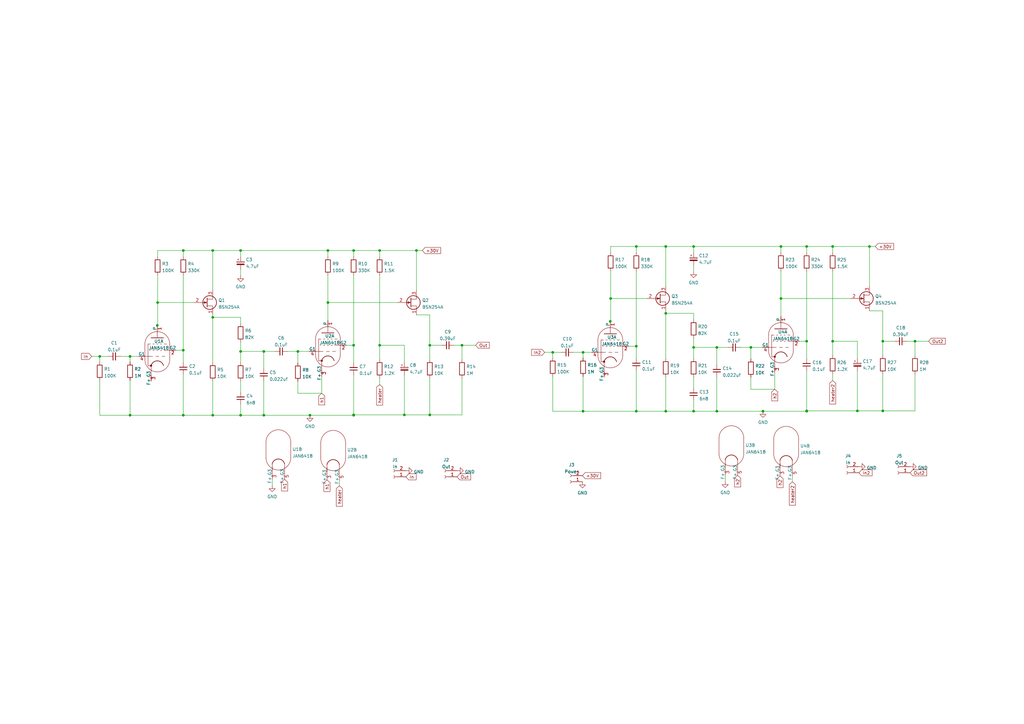
<source format=kicad_sch>
(kicad_sch (version 20211123) (generator eeschema)
  (paper "A3")
  (lib_symbols
    (symbol "Connector:Conn_01x02_Female" (pin_names (offset 1.016) hide)
      (property "Reference" "J" (at 0 2.54 0))
      (property "Value" "Conn_01x02_Female" (at 0 -5.08 0))
      (symbol "Conn_01x02_Female_1_1"
        (arc (start 0 -2.032) (mid -0.508 -2.54) (end 0 -3.048) (stroke (width 0.1524)))
        (polyline (pts (xy -1.27 -2.54) (xy -0.508 -2.54)) (stroke (width 0.1524)))
        (polyline (pts (xy -1.27 0) (xy -0.508 0)) (stroke (width 0.1524)))
        (arc (start 0 0.508) (mid -0.508 0) (end 0 -0.508) (stroke (width 0.1524)))
        (pin passive line (at -5.08 0 0) (length 3.81) (name "Pin_1") (number "1"))
        (pin passive line (at -5.08 -2.54 0) (length 3.81) (name "Pin_2") (number "2"))
      )
    )
    (symbol "Device:C_Polarized_Small" (pin_numbers hide) (pin_names (offset 0.254) hide)
      (property "Reference" "C" (at 0.254 1.778 0))
      (property "Value" "C_Polarized_Small" (at 0.254 -2.032 0))
      (symbol "C_Polarized_Small_0_1"
        (rectangle (start -1.524 -0.3048) (end 1.524 -0.6858) (fill (type outline)))
        (rectangle (start -1.524 0.6858) (end 1.524 0.3048))
        (polyline (pts (xy -1.27 1.524) (xy -0.762 1.524)))
        (polyline (pts (xy -1.016 1.27) (xy -1.016 1.778)))
      )
      (symbol "C_Polarized_Small_1_1"
        (pin passive line (at 0 2.54 270) (length 1.8542) (name "~") (number "1"))
        (pin passive line (at 0 -2.54 90) (length 1.8542) (name "~") (number "2"))
      )
    )
    (symbol "Device:C_Small" (pin_numbers hide) (pin_names (offset 0.254) hide)
      (property "Reference" "C" (at 0.254 1.778 0))
      (property "Value" "C_Small" (at 0.254 -2.032 0))
      (symbol "C_Small_0_1"
        (polyline (pts (xy -1.524 -0.508) (xy 1.524 -0.508)) (stroke (width 0.3302)))
        (polyline (pts (xy -1.524 0.508) (xy 1.524 0.508)) (stroke (width 0.3048)))
      )
      (symbol "C_Small_1_1"
        (pin passive line (at 0 2.54 270) (length 2.032) (name "~") (number "1"))
        (pin passive line (at 0 -2.54 90) (length 2.032) (name "~") (number "2"))
      )
    )
    (symbol "Device:R" (pin_numbers hide) (pin_names (offset 0))
      (property "Reference" "R" (at 2.032 0 90))
      (property "Value" "R" (at 0 0 90))
      (symbol "R_0_1"
        (rectangle (start -1.016 -2.54) (end 1.016 2.54) (stroke (width 0.254)))
      )
      (symbol "R_1_1"
        (pin passive line (at 0 3.81 270) (length 1.27) (name "~") (number "1"))
        (pin passive line (at 0 -3.81 90) (length 1.27) (name "~") (number "2"))
      )
    )
    (symbol "Transistor_FET:BF244B" (pin_names hide)
      (property "Reference" "Q" (at 5.08 1.905 0))
      (property "Value" "BF244B" (at 5.08 0 0))
      (symbol "BF244B_0_1"
        (polyline (pts (xy 0.254 0) (xy -2.54 0)))
        (polyline (pts (xy 0.254 1.905) (xy 0.254 -1.905)) (stroke (width 0.254)))
        (polyline (pts (xy 2.54 -2.54) (xy 2.54 -1.397) (xy 0.254 -1.397)))
        (polyline (pts (xy 2.54 2.54) (xy 2.54 1.397) (xy 0.254 1.397)))
        (polyline (pts (xy 0 0) (xy -1.016 0.381) (xy -1.016 -0.381) (xy 0 0)) (fill (type outline)))
        (circle (center 1.27 0) (radius 2.8194) (stroke (width 0.254)))
      )
      (symbol "BF244B_1_1"
        (pin passive line (at 2.54 5.08 270) (length 2.54) (name "D") (number "1"))
        (pin input line (at -5.08 0 0) (length 2.54) (name "G") (number "2"))
        (pin passive line (at 2.54 -5.08 90) (length 2.54) (name "S") (number "3"))
      )
    )
    (symbol "Valve:JAN6418" (pin_names (offset 0))
      (property "Reference" "U" (at 6.096 10.16 0))
      (property "Value" "JAN6418" (at 8.128 8.382 0))
      (symbol "JAN6418_0_1"
        (arc (start -5.08 -1.27) (mid 0 -6.35) (end 5.08 -1.27))
        (polyline (pts (xy -2.54 -7.62) (xy -2.54 -3.81)))
        (polyline (pts (xy -5.08 5.08) (xy -5.08 -1.27) (xy -5.08 -1.27)))
        (polyline (pts (xy 5.08 -1.27) (xy 5.08 5.08) (xy 5.08 5.08)))
        (arc (start 2.54 -3.81) (mid 0 -1.8268) (end -2.54 -3.81) (stroke (width 0.254)))
        (arc (start 5.08 5.08) (mid 0 10.16) (end -5.08 5.08))
        (pin power_in line (at -2.54 -10.16 90) (length 2.54) (name "F+,G3") (number "3"))
      )
      (symbol "JAN6418_1_0"
        (polyline (pts (xy -5.08 0) (xy -3.175 0)))
        (polyline (pts (xy -0.635 0) (xy 0.635 0)) (stroke (width 0.1524)))
        (polyline (pts (xy 0 7.62) (xy 0 10.16)))
        (polyline (pts (xy 1.905 0) (xy 3.175 0)) (stroke (width 0.1524)))
        (polyline (pts (xy 3.175 2.54) (xy 5.08 2.54)))
      )
      (symbol "JAN6418_1_1"
        (circle (center -2.54 -3.81) (radius 0.3556) (fill (type outline)))
        (polyline (pts (xy -3.81 5.08) (xy -2.794 5.08)) (stroke (width 0.1524)))
        (polyline (pts (xy -3.175 2.54) (xy -2.794 2.54)) (stroke (width 0.1524)))
        (polyline (pts (xy -1.905 0) (xy -3.175 0)) (stroke (width 0.1524)))
        (polyline (pts (xy -1.8542 2.54) (xy -1.2192 2.54)) (stroke (width 0.1524)))
        (polyline (pts (xy -1.8542 5.08) (xy -1.2192 5.08)) (stroke (width 0.1524)))
        (polyline (pts (xy -0.3302 2.54) (xy 0.3302 2.54)) (stroke (width 0.1524)))
        (polyline (pts (xy -0.3302 5.08) (xy 0.3302 5.08)) (stroke (width 0.1524)))
        (polyline (pts (xy 1.2192 2.54) (xy 1.8542 2.54)) (stroke (width 0.1524)))
        (polyline (pts (xy 1.2192 5.08) (xy 1.8542 5.08)) (stroke (width 0.1524)))
        (polyline (pts (xy 2.794 2.54) (xy 3.175 2.54)) (stroke (width 0.1524)))
        (polyline (pts (xy 3.81 5.08) (xy 2.794 5.08)) (stroke (width 0.1524)))
        (polyline (pts (xy -3.81 5.08) (xy -3.81 -3.81) (xy -2.54 -3.81)))
        (polyline (pts (xy -2.54 7.62) (xy 2.54 7.62) (xy 2.54 7.62)) (stroke (width 0.254)))
        (pin output line (at 0 12.7 270) (length 2.54) (name "P") (number "1"))
        (pin input line (at 7.62 2.54 180) (length 2.54) (name "G2") (number "2"))
        (pin input line (at -7.62 0 0) (length 2.54) (name "G1") (number "4"))
      )
      (symbol "JAN6418_2_1"
        (polyline (pts (xy 2.54 -7.62) (xy 2.54 -3.81)))
        (polyline (pts (xy -2.54 -6.858) (xy -2.54 -5.08) (xy -2.54 -5.08)))
        (pin power_in line (at 2.54 -10.16 90) (length 2.54) (name "F+,G3") (number "5"))
      )
    )
    (symbol "power:GND" (power) (pin_names (offset 0))
      (property "Value" "GND" (at 0 -3.81 0))
      (symbol "GND_0_1"
        (polyline (pts (xy 0 0) (xy 0 -1.27) (xy 1.27 -1.27) (xy 0 -2.54) (xy -1.27 -1.27) (xy 0 -1.27)))
      )
      (symbol "GND_1_1"
        (pin power_in line (at 0 0 270) (length 0) hide (name "GND") (number "1"))
      )
    )
  )
  (junction (at 250.444 122.428))
  (junction (at 284.48 168.656))
  (junction (at 226.695 144.526))
  (junction (at 330.835 168.529))
  (junction (at 362.077 139.954))
  (junction (at 98.679 102.743))
  (junction (at 75.184 170.307))
  (junction (at 260.985 168.656))
  (junction (at 273.05 128.524))
  (junction (at 170.815 102.743))
  (junction (at 108.204 144.145))
  (junction (at 145.034 102.743))
  (junction (at 134.493 102.743))
  (junction (at 341.503 139.954))
  (junction (at 145.034 170.307))
  (junction (at 122.174 144.145))
  (junction (at 155.702 102.743))
  (junction (at 356.616 101.092))
  (junction (at 273.05 168.656))
  (junction (at 351.663 168.529))
  (junction (at 273.05 101.092))
  (junction (at 127.127 170.307))
  (junction (at 98.679 144.145))
  (junction (at 260.985 141.986))
  (junction (at 362.077 168.529))
  (junction (at 330.835 168.656))
  (junction (at 176.276 170.18))
  (junction (at 145.034 141.605))
  (junction (at 145.034 170.18))
  (junction (at 320.294 101.092))
  (junction (at 320.294 122.428))
  (junction (at 53.34 170.307))
  (junction (at 87.249 130.175))
  (junction (at 330.835 101.092))
  (junction (at 98.679 170.307))
  (junction (at 189.484 141.605))
  (junction (at 87.249 170.307))
  (junction (at 87.249 102.743))
  (junction (at 294.005 168.656))
  (junction (at 134.493 124.079))
  (junction (at 40.894 146.177))
  (junction (at 294.005 142.494))
  (junction (at 330.835 139.954))
  (junction (at 284.48 101.092))
  (junction (at 260.985 101.092))
  (junction (at 284.48 142.494))
  (junction (at 341.503 101.092))
  (junction (at 239.141 168.656))
  (junction (at 64.643 124.079))
  (junction (at 312.928 168.656))
  (junction (at 155.702 141.605))
  (junction (at 239.141 144.526))
  (junction (at 165.862 170.18))
  (junction (at 53.34 146.177))
  (junction (at 75.184 143.637))
  (junction (at 307.975 142.494))
  (junction (at 64.516 133.477))
  (junction (at 108.204 170.307))
  (junction (at 75.184 102.743))
  (junction (at 375.285 139.954))
  (junction (at 250.317 131.826))
  (junction (at 176.276 141.605))
  (wire (pts (xy 189.484 155.067) (xy 189.484 170.18)))
  (wire (pts (xy 356.616 127.508) (xy 362.077 127.508)))
  (wire (pts (xy 351.663 168.529) (xy 330.835 168.529)))
  (wire (pts (xy 131.953 161.29) (xy 131.953 154.305)))
  (wire (pts (xy 375.285 153.416) (xy 375.285 168.529)))
  (wire (pts (xy 87.249 130.175) (xy 87.249 148.717)))
  (wire (pts (xy 155.702 155.067) (xy 155.702 157.734)))
  (wire (pts (xy 64.643 124.079) (xy 64.643 133.477)))
  (wire (pts (xy 64.643 105.283) (xy 64.643 102.743)))
  (wire (pts (xy 250.444 101.092) (xy 260.985 101.092)))
  (wire (pts (xy 98.679 105.41) (xy 98.679 102.743)))
  (wire (pts (xy 64.643 133.477) (xy 64.516 133.477)))
  (wire (pts (xy 294.005 142.494) (xy 284.48 142.494)))
  (wire (pts (xy 320.294 111.252) (xy 320.294 122.428)))
  (wire (pts (xy 260.985 101.092) (xy 260.985 103.632)))
  (wire (pts (xy 64.643 102.743) (xy 75.184 102.743)))
  (wire (pts (xy 98.679 156.337) (xy 98.679 160.782)))
  (wire (pts (xy 351.663 152.146) (xy 351.663 168.529)))
  (wire (pts (xy 98.679 144.145) (xy 98.679 148.717)))
  (wire (pts (xy 186.182 141.605) (xy 189.484 141.605)))
  (wire (pts (xy 37.592 146.177) (xy 40.894 146.177)))
  (wire (pts (xy 375.285 168.529) (xy 362.077 168.529)))
  (wire (pts (xy 362.077 139.954) (xy 362.077 145.796)))
  (wire (pts (xy 98.679 165.862) (xy 98.679 170.307)))
  (wire (pts (xy 320.294 122.428) (xy 320.294 129.794)))
  (wire (pts (xy 189.484 141.605) (xy 195.072 141.605)))
  (wire (pts (xy 176.276 155.067) (xy 176.276 170.18)))
  (wire (pts (xy 64.643 124.079) (xy 79.629 124.079)))
  (wire (pts (xy 87.249 129.159) (xy 87.249 130.175)))
  (wire (pts (xy 250.444 131.826) (xy 250.317 131.826)))
  (wire (pts (xy 351.663 147.066) (xy 351.663 139.954)))
  (wire (pts (xy 284.48 168.656) (xy 273.05 168.656)))
  (wire (pts (xy 330.835 111.252) (xy 330.835 139.954)))
  (wire (pts (xy 75.184 143.637) (xy 75.184 148.59)))
  (wire (pts (xy 189.484 141.605) (xy 189.484 147.447)))
  (wire (pts (xy 53.34 146.177) (xy 53.34 148.463)))
  (wire (pts (xy 165.862 141.605) (xy 155.702 141.605)))
  (wire (pts (xy 273.05 127.508) (xy 273.05 128.524)))
  (wire (pts (xy 341.503 139.954) (xy 341.503 145.796)))
  (wire (pts (xy 320.294 103.632) (xy 320.294 101.092)))
  (wire (pts (xy 330.835 139.954) (xy 327.914 139.954)))
  (wire (pts (xy 145.034 105.283) (xy 145.034 102.743)))
  (wire (pts (xy 176.276 141.605) (xy 176.276 147.447)))
  (wire (pts (xy 273.05 101.092) (xy 260.985 101.092)))
  (wire (pts (xy 294.005 154.559) (xy 294.005 168.656)))
  (wire (pts (xy 294.005 168.656) (xy 284.48 168.656)))
  (wire (pts (xy 330.835 103.632) (xy 330.835 101.092)))
  (wire (pts (xy 122.174 156.464) (xy 122.174 161.29)))
  (wire (pts (xy 53.34 170.307) (xy 75.184 170.307)))
  (wire (pts (xy 75.184 170.307) (xy 75.184 153.67)))
  (wire (pts (xy 371.983 139.954) (xy 375.285 139.954)))
  (wire (pts (xy 40.894 146.177) (xy 44.323 146.177)))
  (wire (pts (xy 341.503 101.092) (xy 330.835 101.092)))
  (wire (pts (xy 307.975 142.494) (xy 312.674 142.494)))
  (wire (pts (xy 284.48 101.092) (xy 273.05 101.092)))
  (wire (pts (xy 75.184 102.743) (xy 75.184 105.283)))
  (wire (pts (xy 64.643 112.903) (xy 64.643 124.079)))
  (wire (pts (xy 98.679 110.49) (xy 98.679 113.03)))
  (wire (pts (xy 87.249 102.743) (xy 75.184 102.743)))
  (wire (pts (xy 284.48 154.686) (xy 284.48 159.131)))
  (wire (pts (xy 117.856 144.145) (xy 122.174 144.145)))
  (wire (pts (xy 145.034 112.903) (xy 145.034 141.605)))
  (wire (pts (xy 239.141 154.432) (xy 239.141 168.656)))
  (wire (pts (xy 108.204 144.145) (xy 98.679 144.145)))
  (wire (pts (xy 155.702 141.605) (xy 155.702 147.447)))
  (wire (pts (xy 356.616 117.348) (xy 356.616 101.092)))
  (wire (pts (xy 223.393 144.526) (xy 226.695 144.526)))
  (wire (pts (xy 87.249 170.307) (xy 75.184 170.307)))
  (wire (pts (xy 312.928 168.656) (xy 294.005 168.656)))
  (wire (pts (xy 145.034 141.605) (xy 142.113 141.605)))
  (wire (pts (xy 260.985 141.986) (xy 260.985 146.939)))
  (wire (pts (xy 155.702 102.743) (xy 145.034 102.743)))
  (wire (pts (xy 273.05 117.348) (xy 273.05 101.092)))
  (wire (pts (xy 297.434 194.945) (xy 297.434 197.485)))
  (wire (pts (xy 134.493 112.903) (xy 134.493 124.079)))
  (wire (pts (xy 284.48 131.064) (xy 284.48 128.524)))
  (wire (pts (xy 341.503 111.252) (xy 341.503 139.954)))
  (wire (pts (xy 257.937 141.986) (xy 260.985 141.986)))
  (wire (pts (xy 330.835 139.954) (xy 330.835 147.066)))
  (wire (pts (xy 170.815 102.743) (xy 173.228 102.743)))
  (wire (pts (xy 122.174 144.145) (xy 126.873 144.145)))
  (wire (pts (xy 145.034 102.743) (xy 134.493 102.743)))
  (wire (pts (xy 98.679 132.715) (xy 98.679 130.175)))
  (wire (pts (xy 98.679 170.307) (xy 87.249 170.307)))
  (wire (pts (xy 330.835 152.146) (xy 330.835 168.529)))
  (wire (pts (xy 134.493 105.283) (xy 134.493 102.743)))
  (wire (pts (xy 155.702 102.743) (xy 170.815 102.743)))
  (wire (pts (xy 145.034 170.307) (xy 127.127 170.307)))
  (wire (pts (xy 375.285 139.954) (xy 380.873 139.954)))
  (wire (pts (xy 155.702 105.283) (xy 155.702 102.743)))
  (wire (pts (xy 375.285 139.954) (xy 375.285 145.796)))
  (wire (pts (xy 111.633 196.596) (xy 111.633 199.136)))
  (wire (pts (xy 170.815 129.159) (xy 176.276 129.159)))
  (wire (pts (xy 356.616 101.092) (xy 359.029 101.092)))
  (wire (pts (xy 239.141 144.526) (xy 239.141 146.812)))
  (wire (pts (xy 307.975 154.813) (xy 307.975 159.639)))
  (wire (pts (xy 250.444 122.428) (xy 250.444 131.826)))
  (wire (pts (xy 87.249 118.999) (xy 87.249 102.743)))
  (wire (pts (xy 294.005 142.494) (xy 298.577 142.494)))
  (wire (pts (xy 108.204 156.21) (xy 108.204 170.307)))
  (wire (pts (xy 87.249 156.337) (xy 87.249 170.307)))
  (wire (pts (xy 40.894 146.177) (xy 40.894 148.463)))
  (wire (pts (xy 226.695 144.526) (xy 226.695 146.812)))
  (wire (pts (xy 250.444 111.252) (xy 250.444 122.428)))
  (wire (pts (xy 260.985 168.656) (xy 260.985 152.019)))
  (wire (pts (xy 98.679 102.743) (xy 87.249 102.743)))
  (wire (pts (xy 250.444 103.632) (xy 250.444 101.092)))
  (wire (pts (xy 284.48 142.494) (xy 284.48 147.066)))
  (wire (pts (xy 317.754 159.639) (xy 317.754 152.654)))
  (wire (pts (xy 294.005 149.479) (xy 294.005 142.494)))
  (wire (pts (xy 307.975 142.494) (xy 307.975 147.193)))
  (wire (pts (xy 53.34 146.177) (xy 56.896 146.177)))
  (wire (pts (xy 98.679 140.335) (xy 98.679 144.145)))
  (wire (pts (xy 324.993 195.199) (xy 324.993 197.612)))
  (wire (pts (xy 40.894 156.083) (xy 40.894 170.307)))
  (wire (pts (xy 284.48 164.211) (xy 284.48 168.656)))
  (wire (pts (xy 226.695 154.432) (xy 226.695 168.656)))
  (wire (pts (xy 176.276 141.605) (xy 181.102 141.605)))
  (wire (pts (xy 226.695 168.656) (xy 239.141 168.656)))
  (wire (pts (xy 176.276 170.18) (xy 165.862 170.18)))
  (wire (pts (xy 284.48 128.524) (xy 273.05 128.524)))
  (wire (pts (xy 155.702 112.903) (xy 155.702 141.605)))
  (wire (pts (xy 273.05 154.686) (xy 273.05 168.656)))
  (wire (pts (xy 145.034 170.18) (xy 145.034 170.307)))
  (wire (pts (xy 226.695 144.526) (xy 230.124 144.526)))
  (wire (pts (xy 122.174 144.145) (xy 122.174 148.844)))
  (wire (pts (xy 122.174 161.29) (xy 131.953 161.29)))
  (wire (pts (xy 320.294 122.428) (xy 348.996 122.428)))
  (wire (pts (xy 134.493 102.743) (xy 98.679 102.743)))
  (wire (pts (xy 49.403 146.177) (xy 53.34 146.177)))
  (wire (pts (xy 176.276 129.159) (xy 176.276 141.605)))
  (wire (pts (xy 250.444 122.428) (xy 265.43 122.428)))
  (wire (pts (xy 235.204 144.526) (xy 239.141 144.526)))
  (wire (pts (xy 362.077 153.416) (xy 362.077 168.529)))
  (wire (pts (xy 341.503 153.416) (xy 341.503 156.083)))
  (wire (pts (xy 165.862 148.717) (xy 165.862 141.605)))
  (wire (pts (xy 239.141 168.656) (xy 260.985 168.656)))
  (wire (pts (xy 320.294 101.092) (xy 284.48 101.092)))
  (wire (pts (xy 108.204 170.307) (xy 98.679 170.307)))
  (wire (pts (xy 330.835 168.656) (xy 312.928 168.656)))
  (wire (pts (xy 165.862 153.797) (xy 165.862 170.18)))
  (wire (pts (xy 98.679 130.175) (xy 87.249 130.175)))
  (wire (pts (xy 145.034 141.605) (xy 145.034 148.717)))
  (wire (pts (xy 134.493 124.079) (xy 163.195 124.079)))
  (wire (pts (xy 139.192 196.85) (xy 139.192 199.263)))
  (wire (pts (xy 40.894 170.307) (xy 53.34 170.307)))
  (wire (pts (xy 303.657 142.494) (xy 307.975 142.494)))
  (wire (pts (xy 351.663 139.954) (xy 341.503 139.954)))
  (wire (pts (xy 362.077 139.954) (xy 366.903 139.954)))
  (wire (pts (xy 273.05 168.656) (xy 260.985 168.656)))
  (wire (pts (xy 170.815 118.999) (xy 170.815 102.743)))
  (wire (pts (xy 273.05 128.524) (xy 273.05 147.066)))
  (wire (pts (xy 108.204 144.145) (xy 112.776 144.145)))
  (wire (pts (xy 108.204 151.13) (xy 108.204 144.145)))
  (wire (pts (xy 284.48 138.684) (xy 284.48 142.494)))
  (wire (pts (xy 189.484 170.18) (xy 176.276 170.18)))
  (wire (pts (xy 134.493 124.079) (xy 134.493 131.445)))
  (wire (pts (xy 127.127 170.307) (xy 108.204 170.307)))
  (wire (pts (xy 284.48 103.759) (xy 284.48 101.092)))
  (wire (pts (xy 165.862 170.18) (xy 145.034 170.18)))
  (wire (pts (xy 341.503 103.632) (xy 341.503 101.092)))
  (wire (pts (xy 307.975 159.639) (xy 317.754 159.639)))
  (wire (pts (xy 330.835 101.092) (xy 320.294 101.092)))
  (wire (pts (xy 341.503 101.092) (xy 356.616 101.092)))
  (wire (pts (xy 53.34 156.083) (xy 53.34 170.307)))
  (wire (pts (xy 260.985 111.252) (xy 260.985 141.986)))
  (wire (pts (xy 284.48 108.839) (xy 284.48 111.379)))
  (wire (pts (xy 75.184 112.903) (xy 75.184 143.637)))
  (wire (pts (xy 239.141 144.526) (xy 242.697 144.526)))
  (wire (pts (xy 362.077 168.529) (xy 351.663 168.529)))
  (wire (pts (xy 145.034 153.797) (xy 145.034 170.18)))
  (wire (pts (xy 72.136 143.637) (xy 75.184 143.637)))
  (wire (pts (xy 330.835 168.529) (xy 330.835 168.656)))
  (wire (pts (xy 362.077 127.508) (xy 362.077 139.954)))
  (global_label "heater" (shape input) (at 155.702 157.734 270) (property "Intersheet References" "${INTERSHEET_REFS}" (effects hide)))
  (global_label "h2" (shape input) (at 319.913 195.199 270) (property "Intersheet References" "${INTERSHEET_REFS}" (effects hide)))
  (global_label "h1" (shape input) (at 116.713 196.596 270) (property "Intersheet References" "${INTERSHEET_REFS}" (effects hide)))
  (global_label "Out2" (shape input) (at 380.873 139.954 0) (property "Intersheet References" "${INTERSHEET_REFS}" (effects hide)))
  (global_label "h1" (shape input) (at 134.112 196.85 270) (property "Intersheet References" "${INTERSHEET_REFS}" (effects hide)))
  (global_label "+30V" (shape input) (at 359.029 101.092 0) (property "Intersheet References" "${INTERSHEET_REFS}" (effects hide)))
  (global_label "In2" (shape input) (at 352.298 193.929 0) (property "Intersheet References" "${INTERSHEET_REFS}" (effects hide)))
  (global_label "Out" (shape input) (at 187.452 195.58 0) (property "Intersheet References" "${INTERSHEET_REFS}" (effects hide)))
  (global_label "In" (shape input) (at 166.497 195.58 0) (property "Intersheet References" "${INTERSHEET_REFS}" (effects hide)))
  (global_label "In2" (shape input) (at 223.393 144.526 180) (property "Intersheet References" "${INTERSHEET_REFS}" (effects hide)))
  (global_label "Out2" (shape input) (at 373.253 193.929 0) (property "Intersheet References" "${INTERSHEET_REFS}" (effects hide)))
  (global_label "h2" (shape input) (at 302.514 194.945 270) (property "Intersheet References" "${INTERSHEET_REFS}" (effects hide)))
  (global_label "heater" (shape input) (at 139.192 199.263 270) (property "Intersheet References" "${INTERSHEET_REFS}" (effects hide)))
  (global_label "h1" (shape input) (at 131.953 161.29 270) (property "Intersheet References" "${INTERSHEET_REFS}" (effects hide)))
  (global_label "In" (shape input) (at 37.592 146.177 180) (property "Intersheet References" "${INTERSHEET_REFS}" (effects hide)))
  (global_label "+30V" (shape input) (at 173.228 102.743 0) (property "Intersheet References" "${INTERSHEET_REFS}" (effects hide)))
  (global_label "heater2" (shape input) (at 324.993 197.612 270) (property "Intersheet References" "${INTERSHEET_REFS}" (effects hide)))
  (global_label "+30V" (shape input) (at 238.887 195.072 0) (property "Intersheet References" "${INTERSHEET_REFS}" (effects hide)))
  (global_label "h2" (shape input) (at 317.754 159.639 270) (property "Intersheet References" "${INTERSHEET_REFS}" (effects hide)))
  (global_label "Out" (shape input) (at 195.072 141.605 0) (property "Intersheet References" "${INTERSHEET_REFS}" (effects hide)))
  (global_label "heater2" (shape input) (at 341.503 156.083 270) (property "Intersheet References" "${INTERSHEET_REFS}" (effects hide)))
  (symbol (lib_id "power:GND") (at 373.253 191.389 90) (unit 1)
    (property "Reference" "#PWR0110" (effects hide))
    (property "Value" "GND" (at 376.428 191.868 90) (effects (justify right)))
  )
  (symbol (lib_id "Device:C_Small") (at 294.005 152.019 180) (unit 1)
    (property "Reference" "C14" (at 296.3291 151.1041 0) (effects (justify right)))
    (property "Value" "0.022uf" (at 296.3291 153.8792 0) (effects (justify right)))
    (property "Footprint" "Capacitor_THT:C_Rect_L10.0mm_W2.5mm_P7.50mm_MKS4" (effects hide))
  )
  (symbol (lib_id "Device:C_Polarized_Small") (at 284.48 106.299 0) (unit 1)
    (property "Reference" "C12" (at 286.639 104.8444 0) (effects (justify left)))
    (property "Value" "4.7uF" (at 286.639 107.6195 0) (effects (justify left)))
    (property "Footprint" "Capacitor_THT:CP_Radial_D5.0mm_P2.50mm" (effects hide))
  )
  (symbol (lib_id "Device:R") (at 330.835 107.442 0) (unit 1)
    (property "Reference" "R24" (at 332.613 106.5335 0) (effects (justify left)))
    (property "Value" "330K" (at 332.613 109.3086 0) (effects (justify left)))
    (property "Footprint" "Resistor_THT:R_Axial_DIN0207_L6.3mm_D2.5mm_P10.16mm_Horizontal" (effects hide))
  )
  (symbol (lib_id "Device:R") (at 98.679 152.527 0) (unit 1)
    (property "Reference" "R7" (at 100.457 151.6185 0) (effects (justify left)))
    (property "Value" "10K" (at 100.457 154.3936 0) (effects (justify left)))
    (property "Footprint" "Resistor_THT:R_Axial_DIN0207_L6.3mm_D2.5mm_P10.16mm_Horizontal" (effects hide))
  )
  (symbol (lib_id "Connector:Conn_01x02_Female") (at 233.807 197.612 180) (unit 1)
    (property "Reference" "J3" (at 234.442 190.6483 0))
    (property "Value" "Power" (at 234.442 193.4234 0))
    (property "Footprint" "TerminalBlock_TE-Connectivity:TerminalBlock_TE_282834-2_1x02_P2.54mm_Horizontal" (effects hide))
  )
  (symbol (lib_id "Connector:Conn_01x02_Female") (at 182.372 195.58 180) (unit 1)
    (property "Reference" "J2" (at 183.007 188.6163 0))
    (property "Value" "Out" (at 183.007 191.3914 0))
    (property "Footprint" "Custom Library:RCA PANEL 2PIN FOOTPRINT" (effects hide))
  )
  (symbol (lib_id "Device:C_Small") (at 145.034 151.257 180) (unit 1)
    (property "Reference" "C7" (at 147.3581 150.3421 0) (effects (justify right)))
    (property "Value" "0.1uF" (at 147.3581 153.1172 0) (effects (justify right)))
    (property "Footprint" "Capacitor_THT:C_Rect_L10.0mm_W2.5mm_P7.50mm_MKS4" (effects hide))
  )
  (symbol (lib_id "Valve:JAN6418") (at 64.516 146.177 0) (unit 1)
    (property "Reference" "U1" (at 65.151 139.954 0))
    (property "Value" "JAN6418" (at 65.151 142.7291 0))
    (property "Footprint" "Valve:Valve_Mini_Pentode_Linear" (effects hide))
    (property "Datasheet" "https://frank.pocnet.net/sheets/127/6/6418.pdf" (effects hide))
  )
  (symbol (lib_id "Device:R") (at 284.48 150.876 0) (unit 1)
    (property "Reference" "R21" (at 286.258 149.9675 0) (effects (justify left)))
    (property "Value" "10K" (at 286.258 152.7426 0) (effects (justify left)))
    (property "Footprint" "Resistor_THT:R_Axial_DIN0207_L6.3mm_D2.5mm_P10.16mm_Horizontal" (effects hide))
  )
  (symbol (lib_id "Device:C_Small") (at 75.184 151.13 180) (unit 1)
    (property "Reference" "C2" (at 77.5081 150.2151 0) (effects (justify right)))
    (property "Value" "0.1uF" (at 77.5081 152.9902 0) (effects (justify right)))
    (property "Footprint" "Capacitor_THT:C_Rect_L10.0mm_W2.5mm_P7.50mm_MKS4" (effects hide))
  )
  (symbol (lib_id "Device:R") (at 189.484 151.257 0) (unit 1)
    (property "Reference" "R14" (at 191.262 150.3485 0) (effects (justify left)))
    (property "Value" "1M" (at 191.262 153.1236 0) (effects (justify left)))
    (property "Footprint" "Resistor_THT:R_Axial_DIN0207_L6.3mm_D2.5mm_P10.16mm_Horizontal" (effects hide))
  )
  (symbol (lib_id "Device:C_Small") (at 183.642 141.605 270) (unit 1)
    (property "Reference" "C9" (at 183.6356 136.0764 90))
    (property "Value" "0.39uF" (at 183.6356 138.8515 90))
    (property "Footprint" "Capacitor_THT:C_Rect_L10.0mm_W2.5mm_P7.50mm_MKS4" (effects hide))
  )
  (symbol (lib_id "Device:C_Small") (at 260.985 149.479 180) (unit 1)
    (property "Reference" "C11" (at 263.3091 148.5641 0) (effects (justify right)))
    (property "Value" "0.1uF" (at 263.3091 151.3392 0) (effects (justify right)))
    (property "Footprint" "Capacitor_THT:C_Rect_L10.0mm_W2.5mm_P7.50mm_MKS4" (effects hide))
  )
  (symbol (lib_id "Connector:Conn_01x02_Female") (at 161.417 195.58 180) (unit 1)
    (property "Reference" "J1" (at 162.052 188.6163 0))
    (property "Value" "In" (at 162.052 191.3914 0))
    (property "Footprint" "Custom Library:RCA PANEL 2PIN FOOTPRINT" (effects hide))
  )
  (symbol (lib_id "power:GND") (at 238.887 197.612 0) (unit 1)
    (property "Reference" "#PWR0104" (effects hide))
    (property "Value" "GND" (at 238.887 202.1745 0))
  )
  (symbol (lib_id "power:GND") (at 284.48 111.379 0) (unit 1)
    (property "Reference" "#PWR0109" (effects hide))
    (property "Value" "GND" (at 284.48 115.9415 0))
  )
  (symbol (lib_id "Device:C_Polarized_Small") (at 351.663 149.606 0) (unit 1)
    (property "Reference" "C17" (at 353.822 148.1514 0) (effects (justify left)))
    (property "Value" "4.7uF" (at 353.822 150.9265 0) (effects (justify left)))
    (property "Footprint" "Capacitor_THT:CP_Radial_D5.0mm_P2.50mm" (effects hide))
  )
  (symbol (lib_id "Device:C_Small") (at 98.679 163.322 180) (unit 1)
    (property "Reference" "C4" (at 101.0031 162.4071 0) (effects (justify right)))
    (property "Value" "6n8" (at 101.0031 165.1822 0) (effects (justify right)))
    (property "Footprint" "Capacitor_THT:C_Rect_L10.0mm_W2.5mm_P7.50mm_MKS4" (effects hide))
  )
  (symbol (lib_id "Device:R") (at 155.702 151.257 0) (unit 1)
    (property "Reference" "R12" (at 157.48 150.3485 0) (effects (justify left)))
    (property "Value" "1.2K" (at 157.48 153.1236 0) (effects (justify left)))
    (property "Footprint" "Resistor_THT:R_Axial_DIN0207_L6.3mm_D2.5mm_P10.16mm_Horizontal" (effects hide))
  )
  (symbol (lib_id "Device:R") (at 341.503 149.606 0) (unit 1)
    (property "Reference" "R26" (at 343.281 148.6975 0) (effects (justify left)))
    (property "Value" "1.2K" (at 343.281 151.4726 0) (effects (justify left)))
    (property "Footprint" "Resistor_THT:R_Axial_DIN0207_L6.3mm_D2.5mm_P10.16mm_Horizontal" (effects hide))
  )
  (symbol (lib_id "power:GND") (at 127.127 170.307 0) (unit 1)
    (property "Reference" "#PWR0101" (effects hide))
    (property "Value" "GND" (at 127.127 174.8695 0))
  )
  (symbol (lib_id "power:GND") (at 111.633 199.136 0) (unit 1)
    (property "Reference" "#PWR0103" (effects hide))
    (property "Value" "GND" (at 111.633 203.6985 0))
  )
  (symbol (lib_id "Device:C_Polarized_Small") (at 165.862 151.257 0) (unit 1)
    (property "Reference" "C8" (at 168.021 149.8024 0) (effects (justify left)))
    (property "Value" "4.7uF" (at 168.021 152.5775 0) (effects (justify left)))
    (property "Footprint" "Capacitor_THT:CP_Radial_D5.0mm_P2.50mm" (effects hide))
  )
  (symbol (lib_id "Valve:JAN6418") (at 114.173 186.436 0) (unit 2)
    (property "Reference" "U1" (at 119.888 184.2575 0) (effects (justify left)))
    (property "Value" "JAN6418" (at 119.888 187.0326 0) (effects (justify left)))
    (property "Footprint" "Valve:Valve_Mini_Pentode_Linear" (effects hide))
    (property "Datasheet" "https://frank.pocnet.net/sheets/127/6/6418.pdf" (effects hide))
  )
  (symbol (lib_id "Device:R") (at 134.493 109.093 0) (unit 1)
    (property "Reference" "R9" (at 136.271 108.1845 0) (effects (justify left)))
    (property "Value" "100K" (at 136.271 110.9596 0) (effects (justify left)))
    (property "Footprint" "Resistor_THT:R_Axial_DIN0207_L6.3mm_D2.5mm_P10.16mm_Horizontal" (effects hide))
  )
  (symbol (lib_id "Transistor_FET:BF244B") (at 270.51 122.428 0) (mirror x) (unit 1)
    (property "Reference" "Q3" (at 275.3614 121.5195 0) (effects (justify left)))
    (property "Value" "BSN254A" (at 275.3614 124.2946 0) (effects (justify left)))
    (property "Footprint" "Package_TO_SOT_THT:TO-92_Inline" (effects hide))
    (property "Datasheet" "https://media.digikey.com/pdf/Data%20Sheets/Fairchild%20PDFs/BF244x.pdf" (effects hide))
  )
  (symbol (lib_id "Valve:JAN6418") (at 250.317 144.526 0) (unit 1)
    (property "Reference" "U3" (at 250.952 138.303 0))
    (property "Value" "JAN6418" (at 250.952 141.0781 0))
    (property "Footprint" "Valve:Valve_Mini_Pentode_Linear" (effects hide))
    (property "Datasheet" "https://frank.pocnet.net/sheets/127/6/6418.pdf" (effects hide))
  )
  (symbol (lib_id "Connector:Conn_01x02_Female") (at 347.218 193.929 180) (unit 1)
    (property "Reference" "J4" (at 347.853 186.9653 0))
    (property "Value" "In" (at 347.853 189.7404 0))
    (property "Footprint" "Custom Library:RCA PANEL 2PIN FOOTPRINT" (effects hide))
  )
  (symbol (lib_id "Device:C_Polarized_Small") (at 98.679 107.95 0) (unit 1)
    (property "Reference" "C3" (at 100.838 106.4954 0) (effects (justify left)))
    (property "Value" "4.7uF" (at 100.838 109.2705 0) (effects (justify left)))
    (property "Footprint" "Capacitor_THT:CP_Radial_D5.0mm_P2.50mm" (effects hide))
  )
  (symbol (lib_id "Device:C_Small") (at 115.316 144.145 270) (unit 1)
    (property "Reference" "C6" (at 115.3096 138.6164 90))
    (property "Value" "0.1uF" (at 115.3096 141.3915 90))
    (property "Footprint" "Capacitor_THT:C_Rect_L10.0mm_W2.5mm_P7.50mm_MKS4" (effects hide))
  )
  (symbol (lib_id "Connector:Conn_01x02_Female") (at 368.173 193.929 180) (unit 1)
    (property "Reference" "J5" (at 368.808 186.9653 0))
    (property "Value" "Out" (at 368.808 189.7404 0))
    (property "Footprint" "Custom Library:RCA PANEL 2PIN FOOTPRINT" (effects hide))
  )
  (symbol (lib_id "Device:R") (at 122.174 152.654 0) (unit 1)
    (property "Reference" "R8" (at 123.952 151.7455 0) (effects (justify left)))
    (property "Value" "10K" (at 123.952 154.5206 0) (effects (justify left)))
    (property "Footprint" "Resistor_THT:R_Axial_DIN0207_L6.3mm_D2.5mm_P10.16mm_Horizontal" (effects hide))
  )
  (symbol (lib_id "power:GND") (at 352.298 191.389 90) (unit 1)
    (property "Reference" "#PWR0111" (effects hide))
    (property "Value" "GND" (at 355.473 191.868 90) (effects (justify right)))
  )
  (symbol (lib_id "Device:C_Small") (at 108.204 153.67 180) (unit 1)
    (property "Reference" "C5" (at 110.5281 152.7551 0) (effects (justify right)))
    (property "Value" "0.022uf" (at 110.5281 155.5302 0) (effects (justify right)))
    (property "Footprint" "Capacitor_THT:C_Rect_L10.0mm_W2.5mm_P7.50mm_MKS4" (effects hide))
  )
  (symbol (lib_id "Device:R") (at 40.894 152.273 0) (unit 1)
    (property "Reference" "R1" (at 42.672 151.3645 0) (effects (justify left)))
    (property "Value" "100K" (at 42.672 154.1396 0) (effects (justify left)))
    (property "Footprint" "Resistor_THT:R_Axial_DIN0207_L6.3mm_D2.5mm_P10.16mm_Horizontal" (effects hide))
  )
  (symbol (lib_id "Device:R") (at 260.985 107.442 0) (unit 1)
    (property "Reference" "R18" (at 262.763 106.5335 0) (effects (justify left)))
    (property "Value" "330K" (at 262.763 109.3086 0) (effects (justify left)))
    (property "Footprint" "Resistor_THT:R_Axial_DIN0207_L6.3mm_D2.5mm_P10.16mm_Horizontal" (effects hide))
  )
  (symbol (lib_id "Device:R") (at 64.643 109.093 0) (unit 1)
    (property "Reference" "R3" (at 66.421 108.1845 0) (effects (justify left)))
    (property "Value" "100K" (at 66.421 110.9596 0) (effects (justify left)))
    (property "Footprint" "Resistor_THT:R_Axial_DIN0207_L6.3mm_D2.5mm_P10.16mm_Horizontal" (effects hide))
  )
  (symbol (lib_id "power:GND") (at 98.679 113.03 0) (unit 1)
    (property "Reference" "#PWR0102" (effects hide))
    (property "Value" "GND" (at 98.679 117.5925 0))
  )
  (symbol (lib_id "Device:R") (at 75.184 109.093 0) (unit 1)
    (property "Reference" "R4" (at 76.962 108.1845 0) (effects (justify left)))
    (property "Value" "330K" (at 76.962 110.9596 0) (effects (justify left)))
    (property "Footprint" "Resistor_THT:R_Axial_DIN0207_L6.3mm_D2.5mm_P10.16mm_Horizontal" (effects hide))
  )
  (symbol (lib_id "Valve:JAN6418") (at 299.974 184.785 0) (unit 2)
    (property "Reference" "U3" (at 305.689 182.6065 0) (effects (justify left)))
    (property "Value" "JAN6418" (at 305.689 185.3816 0) (effects (justify left)))
    (property "Footprint" "Valve:Valve_Mini_Pentode_Linear" (effects hide))
    (property "Datasheet" "https://frank.pocnet.net/sheets/127/6/6418.pdf" (effects hide))
  )
  (symbol (lib_id "Device:R") (at 226.695 150.622 0) (unit 1)
    (property "Reference" "R15" (at 228.473 149.7135 0) (effects (justify left)))
    (property "Value" "100K" (at 228.473 152.4886 0) (effects (justify left)))
    (property "Footprint" "Resistor_THT:R_Axial_DIN0207_L6.3mm_D2.5mm_P10.16mm_Horizontal" (effects hide))
  )
  (symbol (lib_id "Valve:JAN6418") (at 134.493 144.145 0) (unit 1)
    (property "Reference" "U2" (at 135.255 137.795 0))
    (property "Value" "JAN6418" (at 135.255 140.5701 0))
    (property "Footprint" "Valve:Valve_Mini_Pentode_Linear" (effects hide))
    (property "Datasheet" "https://frank.pocnet.net/sheets/127/6/6418.pdf" (effects hide))
  )
  (symbol (lib_id "Device:C_Small") (at 330.835 149.606 180) (unit 1)
    (property "Reference" "C16" (at 333.1591 148.6911 0) (effects (justify right)))
    (property "Value" "0.1uF" (at 333.1591 151.4662 0) (effects (justify right)))
    (property "Footprint" "Capacitor_THT:C_Rect_L10.0mm_W2.5mm_P7.50mm_MKS4" (effects hide))
  )
  (symbol (lib_id "Transistor_FET:BF244B") (at 84.709 124.079 0) (mirror x) (unit 1)
    (property "Reference" "Q1" (at 89.5604 123.1705 0) (effects (justify left)))
    (property "Value" "BSN254A" (at 89.5604 125.9456 0) (effects (justify left)))
    (property "Footprint" "Package_TO_SOT_THT:TO-92_Inline" (effects hide))
    (property "Datasheet" "https://media.digikey.com/pdf/Data%20Sheets/Fairchild%20PDFs/BF244x.pdf" (effects hide))
  )
  (symbol (lib_id "Device:C_Small") (at 232.664 144.526 90) (unit 1)
    (property "Reference" "C10" (at 232.6703 138.9974 90))
    (property "Value" "0.1uF" (at 232.6703 141.7725 90))
    (property "Footprint" "Capacitor_THT:C_Rect_L10.0mm_W2.5mm_P7.50mm_MKS4" (effects hide))
  )
  (symbol (lib_id "Valve:JAN6418") (at 136.652 186.69 0) (unit 2)
    (property "Reference" "U2" (at 142.367 184.5115 0) (effects (justify left)))
    (property "Value" "JAN6418" (at 142.367 187.2866 0) (effects (justify left)))
    (property "Footprint" "Valve:Valve_Mini_Pentode_Linear" (effects hide))
    (property "Datasheet" "https://frank.pocnet.net/sheets/127/6/6418.pdf" (effects hide))
  )
  (symbol (lib_id "Valve:JAN6418") (at 322.453 185.039 0) (unit 2)
    (property "Reference" "U4" (at 328.168 182.8605 0) (effects (justify left)))
    (property "Value" "JAN6418" (at 328.168 185.6356 0) (effects (justify left)))
    (property "Footprint" "Valve:Valve_Mini_Pentode_Linear" (effects hide))
    (property "Datasheet" "https://frank.pocnet.net/sheets/127/6/6418.pdf" (effects hide))
  )
  (symbol (lib_id "Valve:JAN6418") (at 320.294 142.494 0) (unit 1)
    (property "Reference" "U4" (at 321.056 136.144 0))
    (property "Value" "JAN6418" (at 321.056 138.9191 0))
    (property "Footprint" "Valve:Valve_Mini_Pentode_Linear" (effects hide))
    (property "Datasheet" "https://frank.pocnet.net/sheets/127/6/6418.pdf" (effects hide))
  )
  (symbol (lib_id "Device:R") (at 273.05 150.876 0) (unit 1)
    (property "Reference" "R19" (at 274.828 149.9675 0) (effects (justify left)))
    (property "Value" "10K" (at 274.828 152.7426 0) (effects (justify left)))
    (property "Footprint" "Resistor_THT:R_Axial_DIN0207_L6.3mm_D2.5mm_P10.16mm_Horizontal" (effects hide))
  )
  (symbol (lib_id "Transistor_FET:BF244B") (at 168.275 124.079 0) (mirror x) (unit 1)
    (property "Reference" "Q2" (at 173.1264 123.1705 0) (effects (justify left)))
    (property "Value" "BSN254A" (at 173.1264 125.9456 0) (effects (justify left)))
    (property "Footprint" "Package_TO_SOT_THT:TO-92_Inline" (effects hide))
    (property "Datasheet" "https://media.digikey.com/pdf/Data%20Sheets/Fairchild%20PDFs/BF244x.pdf" (effects hide))
  )
  (symbol (lib_id "power:GND") (at 312.928 168.656 0) (unit 1)
    (property "Reference" "#PWR0107" (effects hide))
    (property "Value" "GND" (at 312.928 173.2185 0))
  )
  (symbol (lib_id "Device:R") (at 176.276 151.257 0) (unit 1)
    (property "Reference" "R13" (at 178.054 150.3485 0) (effects (justify left)))
    (property "Value" "10K" (at 178.054 153.1236 0) (effects (justify left)))
    (property "Footprint" "Resistor_THT:R_Axial_DIN0207_L6.3mm_D2.5mm_P10.16mm_Horizontal" (effects hide))
  )
  (symbol (lib_id "Device:R") (at 53.34 152.273 0) (unit 1)
    (property "Reference" "R2" (at 55.118 151.3645 0) (effects (justify left)))
    (property "Value" "1M" (at 55.118 154.1396 0) (effects (justify left)))
    (property "Footprint" "Resistor_THT:R_Axial_DIN0207_L6.3mm_D2.5mm_P10.16mm_Horizontal" (effects hide))
  )
  (symbol (lib_id "Device:R") (at 239.141 150.622 0) (unit 1)
    (property "Reference" "R16" (at 240.919 149.7135 0) (effects (justify left)))
    (property "Value" "1M" (at 240.919 152.4886 0) (effects (justify left)))
    (property "Footprint" "Resistor_THT:R_Axial_DIN0207_L6.3mm_D2.5mm_P10.16mm_Horizontal" (effects hide))
  )
  (symbol (lib_id "Device:R") (at 98.679 136.525 0) (unit 1)
    (property "Reference" "R6" (at 100.457 135.6165 0) (effects (justify left)))
    (property "Value" "82K" (at 100.457 138.3916 0) (effects (justify left)))
    (property "Footprint" "Resistor_THT:R_Axial_DIN0207_L6.3mm_D2.5mm_P10.16mm_Horizontal" (effects hide))
  )
  (symbol (lib_id "Device:R") (at 250.444 107.442 0) (unit 1)
    (property "Reference" "R17" (at 252.222 106.5335 0) (effects (justify left)))
    (property "Value" "100K" (at 252.222 109.3086 0) (effects (justify left)))
    (property "Footprint" "Resistor_THT:R_Axial_DIN0207_L6.3mm_D2.5mm_P10.16mm_Horizontal" (effects hide))
  )
  (symbol (lib_id "Device:R") (at 375.285 149.606 0) (unit 1)
    (property "Reference" "R28" (at 377.063 148.6975 0) (effects (justify left)))
    (property "Value" "1M" (at 377.063 151.4726 0) (effects (justify left)))
    (property "Footprint" "Resistor_THT:R_Axial_DIN0207_L6.3mm_D2.5mm_P10.16mm_Horizontal" (effects hide))
  )
  (symbol (lib_id "power:GND") (at 297.434 197.485 0) (unit 1)
    (property "Reference" "#PWR0108" (effects hide))
    (property "Value" "GND" (at 297.434 202.0475 0))
  )
  (symbol (lib_id "Device:R") (at 320.294 107.442 0) (unit 1)
    (property "Reference" "R23" (at 322.072 106.5335 0) (effects (justify left)))
    (property "Value" "100K" (at 322.072 109.3086 0) (effects (justify left)))
    (property "Footprint" "Resistor_THT:R_Axial_DIN0207_L6.3mm_D2.5mm_P10.16mm_Horizontal" (effects hide))
  )
  (symbol (lib_id "Device:R") (at 284.48 134.874 0) (unit 1)
    (property "Reference" "R20" (at 286.258 133.9655 0) (effects (justify left)))
    (property "Value" "82K" (at 286.258 136.7406 0) (effects (justify left)))
    (property "Footprint" "Resistor_THT:R_Axial_DIN0207_L6.3mm_D2.5mm_P10.16mm_Horizontal" (effects hide))
  )
  (symbol (lib_id "Device:R") (at 87.249 152.527 0) (unit 1)
    (property "Reference" "R5" (at 89.027 151.6185 0) (effects (justify left)))
    (property "Value" "10K" (at 89.027 154.3936 0) (effects (justify left)))
    (property "Footprint" "Resistor_THT:R_Axial_DIN0207_L6.3mm_D2.5mm_P10.16mm_Horizontal" (effects hide))
  )
  (symbol (lib_id "Device:C_Small") (at 369.443 139.954 270) (unit 1)
    (property "Reference" "C18" (at 369.4366 134.4254 90))
    (property "Value" "0.39uF" (at 369.4366 137.2005 90))
    (property "Footprint" "Capacitor_THT:C_Rect_L10.0mm_W2.5mm_P7.50mm_MKS4" (effects hide))
  )
  (symbol (lib_id "Device:C_Small") (at 301.117 142.494 270) (unit 1)
    (property "Reference" "C15" (at 301.1106 136.9654 90))
    (property "Value" "0.1uF" (at 301.1106 139.7405 90))
    (property "Footprint" "Capacitor_THT:C_Rect_L10.0mm_W2.5mm_P7.50mm_MKS4" (effects hide))
  )
  (symbol (lib_id "Device:C_Small") (at 284.48 161.671 180) (unit 1)
    (property "Reference" "C13" (at 286.8041 160.7561 0) (effects (justify right)))
    (property "Value" "6n8" (at 286.8041 163.5312 0) (effects (justify right)))
    (property "Footprint" "Capacitor_THT:C_Rect_L10.0mm_W2.5mm_P7.50mm_MKS4" (effects hide))
  )
  (symbol (lib_id "Device:R") (at 307.975 151.003 0) (unit 1)
    (property "Reference" "R22" (at 309.753 150.0945 0) (effects (justify left)))
    (property "Value" "10K" (at 309.753 152.8696 0) (effects (justify left)))
    (property "Footprint" "Resistor_THT:R_Axial_DIN0207_L6.3mm_D2.5mm_P10.16mm_Horizontal" (effects hide))
  )
  (symbol (lib_id "Device:R") (at 145.034 109.093 0) (unit 1)
    (property "Reference" "R10" (at 146.812 108.1845 0) (effects (justify left)))
    (property "Value" "330K" (at 146.812 110.9596 0) (effects (justify left)))
    (property "Footprint" "Resistor_THT:R_Axial_DIN0207_L6.3mm_D2.5mm_P10.16mm_Horizontal" (effects hide))
  )
  (symbol (lib_id "Device:R") (at 341.503 107.442 0) (unit 1)
    (property "Reference" "R25" (at 343.281 106.5335 0) (effects (justify left)))
    (property "Value" "1.5K" (at 343.281 109.3086 0) (effects (justify left)))
    (property "Footprint" "Resistor_THT:R_Axial_DIN0207_L6.3mm_D2.5mm_P10.16mm_Horizontal" (effects hide))
  )
  (symbol (lib_id "Transistor_FET:BF244B") (at 354.076 122.428 0) (mirror x) (unit 1)
    (property "Reference" "Q4" (at 358.9274 121.5195 0) (effects (justify left)))
    (property "Value" "BSN254A" (at 358.9274 124.2946 0) (effects (justify left)))
    (property "Footprint" "Package_TO_SOT_THT:TO-92_Inline" (effects hide))
    (property "Datasheet" "https://media.digikey.com/pdf/Data%20Sheets/Fairchild%20PDFs/BF244x.pdf" (effects hide))
  )
  (symbol (lib_id "Device:R") (at 362.077 149.606 0) (unit 1)
    (property "Reference" "R27" (at 363.855 148.6975 0) (effects (justify left)))
    (property "Value" "10K" (at 363.855 151.4726 0) (effects (justify left)))
    (property "Footprint" "Resistor_THT:R_Axial_DIN0207_L6.3mm_D2.5mm_P10.16mm_Horizontal" (effects hide))
  )
  (symbol (lib_id "Device:C_Small") (at 46.863 146.177 90) (unit 1)
    (property "Reference" "C1" (at 46.8693 140.6484 90))
    (property "Value" "0.1uF" (at 46.8693 143.4235 90))
    (property "Footprint" "Capacitor_THT:C_Rect_L10.0mm_W2.5mm_P7.50mm_MKS4" (effects hide))
  )
  (symbol (lib_id "power:GND") (at 187.452 193.04 90) (unit 1)
    (property "Reference" "#PWR0106" (effects hide))
    (property "Value" "GND" (at 190.627 193.519 90) (effects (justify right)))
  )
  (symbol (lib_id "Device:R") (at 155.702 109.093 0) (unit 1)
    (property "Reference" "R11" (at 157.48 108.1845 0) (effects (justify left)))
    (property "Value" "1.5K" (at 157.48 110.9596 0) (effects (justify left)))
    (property "Footprint" "Resistor_THT:R_Axial_DIN0207_L6.3mm_D2.5mm_P10.16mm_Horizontal" (effects hide))
  )
  (symbol (lib_id "power:GND") (at 166.497 193.04 90) (unit 1)
    (property "Reference" "#PWR0105" (effects hide))
    (property "Value" "GND" (at 169.672 193.519 90) (effects (justify right)))
  )
)
</source>
